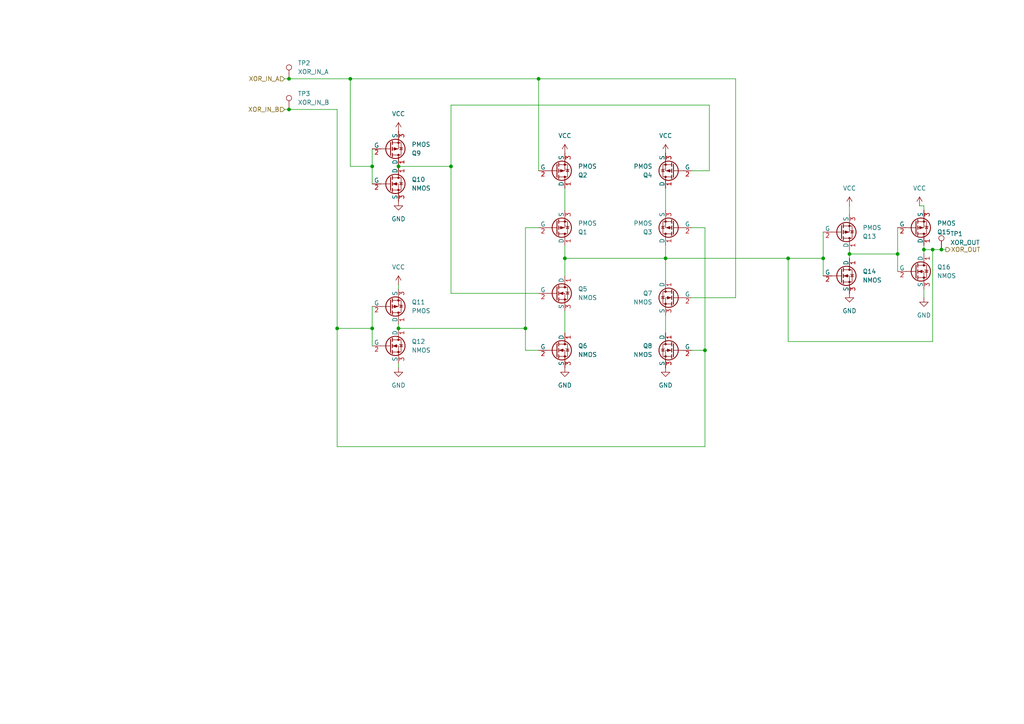
<source format=kicad_sch>
(kicad_sch (version 20250114) (generator "eeschema") (generator_version "9.0")
  (paper "A4")
  (lib_symbols
    (symbol "Connector:TestPoint" (pin_numbers (hide yes)) (pin_names (offset 0.762) (hide yes))
      (property "Reference" "TP" (at 0 6.858 0))
      (property "Value" "TestPoint" (at 0 5.08 0))
      (symbol "TestPoint_0_1"
        (circle (center 0 3.302) (radius 0.762))
      )
      (symbol "TestPoint_1_1"
        (pin passive line (at 0 0 90) (length 2.54) (name "1") (number "1"))
      )
    )
    (symbol "Simulation_SPICE:NMOS" (pin_names (offset 0))
      (property "Reference" "Q" (at 5.08 1.27 0))
      (property "Value" "NMOS" (at 5.08 -1.27 0))
      (symbol "NMOS_0_1"
        (polyline (pts (xy 0.254 1.905) (xy 0.254 -1.905)) (stroke (width 0.254)))
        (polyline (pts (xy 0.254 0) (xy -2.54 0)))
        (polyline (pts (xy 0.762 2.286) (xy 0.762 1.27)) (stroke (width 0.254)))
        (polyline (pts (xy 0.762 0.508) (xy 0.762 -0.508)) (stroke (width 0.254)))
        (polyline (pts (xy 0.762 -1.27) (xy 0.762 -2.286)) (stroke (width 0.254)))
        (polyline (pts (xy 0.762 -1.778) (xy 3.302 -1.778) (xy 3.302 1.778) (xy 0.762 1.778)))
        (polyline (pts (xy 1.016 0) (xy 2.032 0.381) (xy 2.032 -0.381) (xy 1.016 0)) (fill (type outline)))
        (circle (center 1.651 0) (radius 2.794) (stroke (width 0.254)))
        (polyline (pts (xy 2.54 2.54) (xy 2.54 1.778)))
        (circle (center 2.54 1.778) (radius 0.254) (fill (type outline)))
        (circle (center 2.54 -1.778) (radius 0.254) (fill (type outline)))
        (polyline (pts (xy 2.54 -2.54) (xy 2.54 0) (xy 0.762 0)))
        (polyline (pts (xy 2.794 0.508) (xy 2.921 0.381) (xy 3.683 0.381) (xy 3.81 0.254)))
        (polyline (pts (xy 3.302 0.381) (xy 2.921 -0.254) (xy 3.683 -0.254) (xy 3.302 0.381)))
      )
      (symbol "NMOS_1_1"
        (pin input line (at -5.08 0 0) (length 2.54) (name "G") (number "2"))
        (pin passive line (at 2.54 5.08 270) (length 2.54) (name "D") (number "1"))
        (pin passive line (at 2.54 -5.08 90) (length 2.54) (name "S") (number "3"))
      )
    )
    (symbol "Simulation_SPICE:PMOS" (pin_names (offset 0))
      (property "Reference" "Q" (at 5.08 1.27 0))
      (property "Value" "PMOS" (at 5.08 -1.27 0))
      (symbol "PMOS_0_1"
        (polyline (pts (xy 0.254 1.905) (xy 0.254 -1.905)) (stroke (width 0.254)))
        (polyline (pts (xy 0.254 0) (xy -2.54 0)))
        (polyline (pts (xy 0.762 2.286) (xy 0.762 1.27)) (stroke (width 0.254)))
        (polyline (pts (xy 0.762 1.778) (xy 3.302 1.778) (xy 3.302 -1.778) (xy 0.762 -1.778)))
        (polyline (pts (xy 0.762 0.508) (xy 0.762 -0.508)) (stroke (width 0.254)))
        (polyline (pts (xy 0.762 -1.27) (xy 0.762 -2.286)) (stroke (width 0.254)))
        (circle (center 1.651 0) (radius 2.794) (stroke (width 0.254)))
        (polyline (pts (xy 2.286 0) (xy 1.27 0.381) (xy 1.27 -0.381) (xy 2.286 0)) (fill (type outline)))
        (polyline (pts (xy 2.54 2.54) (xy 2.54 1.778)))
        (circle (center 2.54 1.778) (radius 0.254) (fill (type outline)))
        (circle (center 2.54 -1.778) (radius 0.254) (fill (type outline)))
        (polyline (pts (xy 2.54 -2.54) (xy 2.54 0) (xy 0.762 0)))
        (polyline (pts (xy 2.794 -0.508) (xy 2.921 -0.381) (xy 3.683 -0.381) (xy 3.81 -0.254)))
        (polyline (pts (xy 3.302 -0.381) (xy 2.921 0.254) (xy 3.683 0.254) (xy 3.302 -0.381)))
      )
      (symbol "PMOS_1_1"
        (pin input line (at -5.08 0 0) (length 2.54) (name "G") (number "2"))
        (pin passive line (at 2.54 5.08 270) (length 2.54) (name "D") (number "1"))
        (pin passive line (at 2.54 -5.08 90) (length 2.54) (name "S") (number "3"))
      )
    )
    (symbol "power:GND" (power) (pin_numbers (hide yes)) (pin_names (offset 0) (hide yes))
      (property "Value" "GND" (at 0 -3.81 0))
      (symbol "GND_0_1"
        (polyline (pts (xy 0 0) (xy 0 -1.27) (xy 1.27 -1.27) (xy 0 -2.54) (xy -1.27 -1.27) (xy 0 -1.27)))
      )
      (symbol "GND_1_1"
        (pin power_in line (at 0 0 270) (length 0) (name "~") (number "1"))
      )
    )
    (symbol "power:VCC" (power) (pin_numbers (hide yes)) (pin_names (offset 0) (hide yes))
      (property "Value" "VCC" (at 0 3.556 0))
      (symbol "VCC_0_1"
        (polyline (pts (xy -0.762 1.27) (xy 0 2.54)))
        (polyline (pts (xy 0 2.54) (xy 0.762 1.27)))
        (polyline (pts (xy 0 0) (xy 0 2.54)))
      )
      (symbol "VCC_1_1"
        (pin power_in line (at 0 0 90) (length 0) (name "~") (number "1"))
      )
    )
  )
  (junction (at 260.35 73.66))
  (junction (at 270.51 72.39))
  (junction (at 273.05 72.39))
  (junction (at 83.82 22.86))
  (junction (at 193.04 74.93))
  (junction (at 97.79 95.25))
  (junction (at 267.97 72.39))
  (junction (at 115.57 48.26))
  (junction (at 101.6 22.86))
  (junction (at 152.4 95.25))
  (junction (at 228.6 74.93))
  (junction (at 238.76 74.93))
  (junction (at 130.81 48.26))
  (junction (at 115.57 95.25))
  (junction (at 163.83 74.93))
  (junction (at 107.95 48.26))
  (junction (at 204.47 101.6))
  (junction (at 107.95 95.25))
  (junction (at 246.38 73.66))
  (junction (at 83.82 31.75))
  (junction (at 156.21 22.86))
  (wire (pts (xy 115.57 48.26) (xy 130.81 48.26)))
  (wire (pts (xy 130.81 48.26) (xy 130.81 85.09)))
  (wire (pts (xy 246.38 73.66) (xy 246.38 74.93)))
  (wire (pts (xy 163.83 74.93) (xy 193.04 74.93)))
  (wire (pts (xy 163.83 71.12) (xy 163.83 74.93)))
  (wire (pts (xy 152.4 66.04) (xy 156.21 66.04)))
  (wire (pts (xy 246.38 72.39) (xy 246.38 73.66)))
  (wire (pts (xy 193.04 71.12) (xy 193.04 74.93)))
  (wire (pts (xy 152.4 95.25) (xy 152.4 66.04)))
  (wire (pts (xy 205.74 49.53) (xy 200.66 49.53)))
  (wire (pts (xy 260.35 66.04) (xy 260.35 73.66)))
  (wire (pts (xy 200.66 86.36) (xy 213.36 86.36)))
  (wire (pts (xy 107.95 43.18) (xy 107.95 48.26)))
  (wire (pts (xy 205.74 30.48) (xy 205.74 49.53)))
  (wire (pts (xy 238.76 67.31) (xy 238.76 74.93)))
  (wire (pts (xy 267.97 83.82) (xy 267.97 86.36)))
  (wire (pts (xy 115.57 95.25) (xy 115.57 93.98)))
  (wire (pts (xy 213.36 86.36) (xy 213.36 22.86)))
  (wire (pts (xy 101.6 22.86) (xy 101.6 48.26)))
  (wire (pts (xy 267.97 60.96) (xy 267.97 59.69)))
  (wire (pts (xy 246.38 73.66) (xy 260.35 73.66)))
  (wire (pts (xy 156.21 22.86) (xy 156.21 49.53)))
  (wire (pts (xy 267.97 59.69) (xy 266.7 59.69)))
  (wire (pts (xy 193.04 91.44) (xy 193.04 96.52)))
  (wire (pts (xy 115.57 83.82) (xy 115.57 82.55)))
  (wire (pts (xy 82.55 31.75) (xy 83.82 31.75)))
  (wire (pts (xy 267.97 72.39) (xy 267.97 73.66)))
  (wire (pts (xy 228.6 99.06) (xy 228.6 74.93)))
  (wire (pts (xy 270.51 72.39) (xy 273.05 72.39)))
  (wire (pts (xy 204.47 129.54) (xy 97.79 129.54)))
  (wire (pts (xy 200.66 66.04) (xy 204.47 66.04)))
  (wire (pts (xy 213.36 22.86) (xy 156.21 22.86)))
  (wire (pts (xy 97.79 31.75) (xy 97.79 95.25)))
  (wire (pts (xy 193.04 74.93) (xy 228.6 74.93)))
  (wire (pts (xy 130.81 85.09) (xy 156.21 85.09)))
  (wire (pts (xy 238.76 74.93) (xy 238.76 80.01)))
  (wire (pts (xy 97.79 95.25) (xy 107.95 95.25)))
  (wire (pts (xy 101.6 48.26) (xy 107.95 48.26)))
  (wire (pts (xy 152.4 101.6) (xy 156.21 101.6)))
  (wire (pts (xy 193.04 74.93) (xy 193.04 81.28)))
  (wire (pts (xy 273.05 72.39) (xy 274.32 72.39)))
  (wire (pts (xy 115.57 106.68) (xy 115.57 105.41)))
  (wire (pts (xy 152.4 95.25) (xy 152.4 101.6)))
  (wire (pts (xy 107.95 48.26) (xy 107.95 53.34)))
  (wire (pts (xy 83.82 22.86) (xy 101.6 22.86)))
  (wire (pts (xy 260.35 73.66) (xy 260.35 78.74)))
  (wire (pts (xy 130.81 48.26) (xy 130.81 30.48)))
  (wire (pts (xy 107.95 95.25) (xy 107.95 100.33)))
  (wire (pts (xy 156.21 22.86) (xy 101.6 22.86)))
  (wire (pts (xy 115.57 95.25) (xy 152.4 95.25)))
  (wire (pts (xy 270.51 72.39) (xy 270.51 99.06)))
  (wire (pts (xy 83.82 31.75) (xy 97.79 31.75)))
  (wire (pts (xy 163.83 90.17) (xy 163.83 96.52)))
  (wire (pts (xy 228.6 74.93) (xy 238.76 74.93)))
  (wire (pts (xy 246.38 59.69) (xy 246.38 62.23)))
  (wire (pts (xy 267.97 71.12) (xy 267.97 72.39)))
  (wire (pts (xy 204.47 101.6) (xy 204.47 129.54)))
  (wire (pts (xy 163.83 74.93) (xy 163.83 80.01)))
  (wire (pts (xy 82.55 22.86) (xy 83.82 22.86)))
  (wire (pts (xy 97.79 129.54) (xy 97.79 95.25)))
  (wire (pts (xy 130.81 30.48) (xy 205.74 30.48)))
  (wire (pts (xy 267.97 72.39) (xy 270.51 72.39)))
  (wire (pts (xy 204.47 66.04) (xy 204.47 101.6)))
  (wire (pts (xy 270.51 99.06) (xy 228.6 99.06)))
  (wire (pts (xy 163.83 60.96) (xy 163.83 54.61)))
  (wire (pts (xy 193.04 54.61) (xy 193.04 60.96)))
  (wire (pts (xy 107.95 88.9) (xy 107.95 95.25)))
  (wire (pts (xy 204.47 101.6) (xy 200.66 101.6)))
  (hierarchical_label "XOR_IN_B" (shape input) (at 82.55 31.75 180))
  (hierarchical_label "XOR_OUT" (shape output) (at 274.32 72.39 0))
  (hierarchical_label "XOR_IN_A" (shape input) (at 82.55 22.86 180))
  (symbol (lib_id "Simulation_SPICE:NMOS") (at 113.03 100.33 0) (unit 1)
    (property "Reference" "Q12" (at 119.38 99.0599 0) (effects (justify left)))
    (property "Value" "NMOS" (at 119.38 101.5999 0) (effects (justify left)))
    (property "Footprint" "Package_TO_SOT_THT:TO-92_Inline_Wide" (effects (hide yes)))
    (property "Datasheet" "https://ngspice.sourceforge.io/docs/ngspice-html-manual/manual.xhtml#cha_MOSFETs" (effects (hide yes)))
    (property "Description" "N-MOSFET transistor, drain/source/gate" (effects (hide yes)))
    (property "Sim.Device" "NMOS" (effects (hide yes)))
    (property "Sim.Type" "MOS1" (effects (hide yes)))
    (property "Sim.Pins" "1=D 2=G 3=S" (effects (hide yes)))
  )
  (symbol (lib_id "Simulation_SPICE:PMOS") (at 265.43 66.04 0) (mirror x) (unit 1)
    (property "Reference" "Q15" (at 271.78 67.3101 0) (effects (justify left)))
    (property "Value" "PMOS" (at 271.78 64.7701 0) (effects (justify left)))
    (property "Footprint" "Package_TO_SOT_THT:TO-92_Inline_Wide" (effects (hide yes)))
    (property "Datasheet" "https://ngspice.sourceforge.io/docs/ngspice-html-manual/manual.xhtml#cha_MOSFETs" (effects (hide yes)))
    (property "Description" "P-MOSFET transistor, drain/source/gate" (effects (hide yes)))
    (property "Sim.Device" "PMOS" (effects (hide yes)))
    (property "Sim.Type" "MOS1" (effects (hide yes)))
    (property "Sim.Pins" "1=D 2=G 3=S" (effects (hide yes)))
  )
  (symbol (lib_id "Simulation_SPICE:NMOS") (at 113.03 53.34 0) (unit 1)
    (property "Reference" "Q10" (at 119.38 52.0699 0) (effects (justify left)))
    (property "Value" "NMOS" (at 119.38 54.6099 0) (effects (justify left)))
    (property "Footprint" "Package_TO_SOT_THT:TO-92_Inline_Wide" (effects (hide yes)))
    (property "Datasheet" "https://ngspice.sourceforge.io/docs/ngspice-html-manual/manual.xhtml#cha_MOSFETs" (effects (hide yes)))
    (property "Description" "N-MOSFET transistor, drain/source/gate" (effects (hide yes)))
    (property "Sim.Device" "NMOS" (effects (hide yes)))
    (property "Sim.Type" "MOS1" (effects (hide yes)))
    (property "Sim.Pins" "1=D 2=G 3=S" (effects (hide yes)))
  )
  (symbol (lib_id "Connector:TestPoint") (at 83.82 22.86 0) (unit 1)
    (property "Reference" "TP2" (at 86.36 18.2879 0) (effects (justify left)))
    (property "Value" "XOR_IN_A" (at 86.36 20.8279 0) (effects (justify left)))
    (property "Footprint" "TestPoint:TestPoint_Pad_D2.0mm" (effects (hide yes)))
    (property "Description" "test point" (effects (hide yes)))
  )
  (symbol (lib_id "power:VCC") (at 115.57 82.55 0) (unit 1)
    (property "Reference" "#PWR4" (effects (hide yes)))
    (property "Value" "VCC" (at 115.57 77.47 0))
    (property "Description" "Power symbol creates a global label with name \"VCC\"" (effects (hide yes)))
  )
  (symbol (lib_id "Simulation_SPICE:PMOS") (at 161.29 49.53 0) (mirror x) (unit 1)
    (property "Reference" "Q2" (at 167.64 50.8001 0) (effects (justify left)))
    (property "Value" "PMOS" (at 167.64 48.2601 0) (effects (justify left)))
    (property "Footprint" "Package_TO_SOT_THT:TO-92_Inline_Wide" (effects (hide yes)))
    (property "Datasheet" "https://ngspice.sourceforge.io/docs/ngspice-html-manual/manual.xhtml#cha_MOSFETs" (effects (hide yes)))
    (property "Description" "P-MOSFET transistor, drain/source/gate" (effects (hide yes)))
    (property "Sim.Device" "PMOS" (effects (hide yes)))
    (property "Sim.Type" "MOS1" (effects (hide yes)))
    (property "Sim.Pins" "1=D 2=G 3=S" (effects (hide yes)))
  )
  (symbol (lib_id "power:GND") (at 115.57 58.42 0) (unit 1)
    (property "Reference" "#PWR2" (effects (hide yes)))
    (property "Value" "GND" (at 115.57 63.5 0))
    (property "Description" "Power symbol creates a global label with name \"GND\" , ground" (effects (hide yes)))
  )
  (symbol (lib_id "Simulation_SPICE:NMOS") (at 161.29 85.09 0) (unit 1)
    (property "Reference" "Q5" (at 167.64 83.8199 0) (effects (justify left)))
    (property "Value" "NMOS" (at 167.64 86.3599 0) (effects (justify left)))
    (property "Footprint" "Package_TO_SOT_THT:TO-92_Inline_Wide" (effects (hide yes)))
    (property "Datasheet" "https://ngspice.sourceforge.io/docs/ngspice-html-manual/manual.xhtml#cha_MOSFETs" (effects (hide yes)))
    (property "Description" "N-MOSFET transistor, drain/source/gate" (effects (hide yes)))
    (property "Sim.Device" "NMOS" (effects (hide yes)))
    (property "Sim.Type" "MOS1" (effects (hide yes)))
    (property "Sim.Pins" "1=D 2=G 3=S" (effects (hide yes)))
  )
  (symbol (lib_id "Simulation_SPICE:NMOS") (at 265.43 78.74 0) (unit 1)
    (property "Reference" "Q16" (at 271.78 77.4699 0) (effects (justify left)))
    (property "Value" "NMOS" (at 271.78 80.0099 0) (effects (justify left)))
    (property "Footprint" "Package_TO_SOT_THT:TO-92_Inline_Wide" (effects (hide yes)))
    (property "Datasheet" "https://ngspice.sourceforge.io/docs/ngspice-html-manual/manual.xhtml#cha_MOSFETs" (effects (hide yes)))
    (property "Description" "N-MOSFET transistor, drain/source/gate" (effects (hide yes)))
    (property "Sim.Device" "NMOS" (effects (hide yes)))
    (property "Sim.Type" "MOS1" (effects (hide yes)))
    (property "Sim.Pins" "1=D 2=G 3=S" (effects (hide yes)))
  )
  (symbol (lib_id "power:GND") (at 115.57 106.68 0) (unit 1)
    (property "Reference" "#PWR11" (effects (hide yes)))
    (property "Value" "GND" (at 115.57 111.76 0))
    (property "Description" "Power symbol creates a global label with name \"GND\" , ground" (effects (hide yes)))
  )
  (symbol (lib_id "power:VCC") (at 266.7 59.69 0) (unit 1)
    (property "Reference" "#PWR8" (effects (hide yes)))
    (property "Value" "VCC" (at 266.7 54.61 0))
    (property "Description" "Power symbol creates a global label with name \"VCC\"" (effects (hide yes)))
  )
  (symbol (lib_id "power:VCC") (at 115.57 38.1 0) (unit 1)
    (property "Reference" "#PWR3" (effects (hide yes)))
    (property "Value" "VCC" (at 115.57 33.02 0))
    (property "Description" "Power symbol creates a global label with name \"VCC\"" (effects (hide yes)))
  )
  (symbol (lib_id "Connector:TestPoint") (at 83.82 31.75 0) (unit 1)
    (property "Reference" "TP3" (at 86.36 27.1779 0) (effects (justify left)))
    (property "Value" "XOR_IN_B" (at 86.36 29.7179 0) (effects (justify left)))
    (property "Footprint" "TestPoint:TestPoint_Pad_D2.0mm" (effects (hide yes)))
    (property "Description" "test point" (effects (hide yes)))
  )
  (symbol (lib_id "Simulation_SPICE:NMOS") (at 195.58 86.36 0) (mirror y) (unit 1)
    (property "Reference" "Q7" (at 189.23 85.0899 0) (effects (justify left)))
    (property "Value" "NMOS" (at 189.23 87.6299 0) (effects (justify left)))
    (property "Footprint" "Package_TO_SOT_THT:TO-92_Inline_Wide" (effects (hide yes)))
    (property "Datasheet" "https://ngspice.sourceforge.io/docs/ngspice-html-manual/manual.xhtml#cha_MOSFETs" (effects (hide yes)))
    (property "Description" "N-MOSFET transistor, drain/source/gate" (effects (hide yes)))
    (property "Sim.Device" "NMOS" (effects (hide yes)))
    (property "Sim.Type" "MOS1" (effects (hide yes)))
    (property "Sim.Pins" "1=D 2=G 3=S" (effects (hide yes)))
  )
  (symbol (lib_id "power:GND") (at 246.38 85.09 0) (unit 1)
    (property "Reference" "#PWR9" (effects (hide yes)))
    (property "Value" "GND" (at 246.38 90.17 0))
    (property "Description" "Power symbol creates a global label with name \"GND\" , ground" (effects (hide yes)))
  )
  (symbol (lib_id "power:GND") (at 163.83 106.68 0) (unit 1)
    (property "Reference" "#PWR12" (effects (hide yes)))
    (property "Value" "GND" (at 163.83 111.76 0))
    (property "Description" "Power symbol creates a global label with name \"GND\" , ground" (effects (hide yes)))
  )
  (symbol (lib_id "power:VCC") (at 163.83 44.45 0) (unit 1)
    (property "Reference" "#PWR6" (effects (hide yes)))
    (property "Value" "VCC" (at 163.83 39.37 0))
    (property "Description" "Power symbol creates a global label with name \"VCC\"" (effects (hide yes)))
  )
  (symbol (lib_id "power:GND") (at 267.97 86.36 0) (unit 1)
    (property "Reference" "#PWR10" (effects (hide yes)))
    (property "Value" "GND" (at 267.97 91.44 0))
    (property "Description" "Power symbol creates a global label with name \"GND\" , ground" (effects (hide yes)))
  )
  (symbol (lib_id "power:VCC") (at 193.04 44.45 0) (unit 1)
    (property "Reference" "#PWR5" (effects (hide yes)))
    (property "Value" "VCC" (at 193.04 39.37 0))
    (property "Description" "Power symbol creates a global label with name \"VCC\"" (effects (hide yes)))
  )
  (symbol (lib_id "Simulation_SPICE:PMOS") (at 195.58 49.53 180) (unit 1)
    (property "Reference" "Q4" (at 189.23 50.8001 0) (effects (justify left)))
    (property "Value" "PMOS" (at 189.23 48.2601 0) (effects (justify left)))
    (property "Footprint" "Package_TO_SOT_THT:TO-92_Inline_Wide" (effects (hide yes)))
    (property "Datasheet" "https://ngspice.sourceforge.io/docs/ngspice-html-manual/manual.xhtml#cha_MOSFETs" (effects (hide yes)))
    (property "Description" "P-MOSFET transistor, drain/source/gate" (effects (hide yes)))
    (property "Sim.Device" "PMOS" (effects (hide yes)))
    (property "Sim.Type" "MOS1" (effects (hide yes)))
    (property "Sim.Pins" "1=D 2=G 3=S" (effects (hide yes)))
  )
  (symbol (lib_id "Simulation_SPICE:NMOS") (at 161.29 101.6 0) (unit 1)
    (property "Reference" "Q6" (at 167.64 100.3299 0) (effects (justify left)))
    (property "Value" "NMOS" (at 167.64 102.8699 0) (effects (justify left)))
    (property "Footprint" "Package_TO_SOT_THT:TO-92_Inline_Wide" (effects (hide yes)))
    (property "Datasheet" "https://ngspice.sourceforge.io/docs/ngspice-html-manual/manual.xhtml#cha_MOSFETs" (effects (hide yes)))
    (property "Description" "N-MOSFET transistor, drain/source/gate" (effects (hide yes)))
    (property "Sim.Device" "NMOS" (effects (hide yes)))
    (property "Sim.Type" "MOS1" (effects (hide yes)))
    (property "Sim.Pins" "1=D 2=G 3=S" (effects (hide yes)))
  )
  (symbol (lib_id "Simulation_SPICE:NMOS") (at 243.84 80.01 0) (unit 1)
    (property "Reference" "Q14" (at 250.19 78.7399 0) (effects (justify left)))
    (property "Value" "NMOS" (at 250.19 81.2799 0) (effects (justify left)))
    (property "Footprint" "Package_TO_SOT_THT:TO-92_Inline_Wide" (effects (hide yes)))
    (property "Datasheet" "https://ngspice.sourceforge.io/docs/ngspice-html-manual/manual.xhtml#cha_MOSFETs" (effects (hide yes)))
    (property "Description" "N-MOSFET transistor, drain/source/gate" (effects (hide yes)))
    (property "Sim.Device" "NMOS" (effects (hide yes)))
    (property "Sim.Type" "MOS1" (effects (hide yes)))
    (property "Sim.Pins" "1=D 2=G 3=S" (effects (hide yes)))
  )
  (symbol (lib_id "Simulation_SPICE:PMOS") (at 113.03 43.18 0) (mirror x) (unit 1)
    (property "Reference" "Q9" (at 119.38 44.4501 0) (effects (justify left)))
    (property "Value" "PMOS" (at 119.38 41.9101 0) (effects (justify left)))
    (property "Footprint" "Package_TO_SOT_THT:TO-92_Inline_Wide" (effects (hide yes)))
    (property "Datasheet" "https://ngspice.sourceforge.io/docs/ngspice-html-manual/manual.xhtml#cha_MOSFETs" (effects (hide yes)))
    (property "Description" "P-MOSFET transistor, drain/source/gate" (effects (hide yes)))
    (property "Sim.Device" "PMOS" (effects (hide yes)))
    (property "Sim.Type" "MOS1" (effects (hide yes)))
    (property "Sim.Pins" "1=D 2=G 3=S" (effects (hide yes)))
  )
  (symbol (lib_id "Simulation_SPICE:PMOS") (at 195.58 66.04 180) (unit 1)
    (property "Reference" "Q3" (at 189.23 67.3101 0) (effects (justify left)))
    (property "Value" "PMOS" (at 189.23 64.7701 0) (effects (justify left)))
    (property "Footprint" "Package_TO_SOT_THT:TO-92_Inline_Wide" (effects (hide yes)))
    (property "Datasheet" "https://ngspice.sourceforge.io/docs/ngspice-html-manual/manual.xhtml#cha_MOSFETs" (effects (hide yes)))
    (property "Description" "P-MOSFET transistor, drain/source/gate" (effects (hide yes)))
    (property "Sim.Device" "PMOS" (effects (hide yes)))
    (property "Sim.Type" "MOS1" (effects (hide yes)))
    (property "Sim.Pins" "1=D 2=G 3=S" (effects (hide yes)))
  )
  (symbol (lib_id "Connector:TestPoint") (at 273.05 72.39 0) (unit 1)
    (property "Reference" "TP1" (at 275.59 67.8179 0) (effects (justify left)))
    (property "Value" "XOR_OUT" (at 275.59 70.3579 0) (effects (justify left)))
    (property "Footprint" "TestPoint:TestPoint_Pad_D2.0mm" (effects (hide yes)))
    (property "Description" "test point" (effects (hide yes)))
  )
  (symbol (lib_id "power:VCC") (at 246.38 59.69 0) (unit 1)
    (property "Reference" "#PWR7" (effects (hide yes)))
    (property "Value" "VCC" (at 246.38 54.61 0))
    (property "Description" "Power symbol creates a global label with name \"VCC\"" (effects (hide yes)))
  )
  (symbol (lib_id "Simulation_SPICE:PMOS") (at 113.03 88.9 0) (mirror x) (unit 1)
    (property "Reference" "Q11" (at 119.38 87.6299 0) (effects (justify left)))
    (property "Value" "PMOS" (at 119.38 90.1699 0) (effects (justify left)))
    (property "Footprint" "Package_TO_SOT_THT:TO-92_Inline_Wide" (effects (hide yes)))
    (property "Datasheet" "https://ngspice.sourceforge.io/docs/ngspice-html-manual/manual.xhtml#cha_MOSFETs" (effects (hide yes)))
    (property "Description" "P-MOSFET transistor, drain/source/gate" (effects (hide yes)))
    (property "Sim.Device" "PMOS" (effects (hide yes)))
    (property "Sim.Type" "MOS1" (effects (hide yes)))
    (property "Sim.Pins" "1=D 2=G 3=S" (effects (hide yes)))
  )
  (symbol (lib_id "Simulation_SPICE:PMOS") (at 243.84 67.31 0) (mirror x) (unit 1)
    (property "Reference" "Q13" (at 250.19 68.5801 0) (effects (justify left)))
    (property "Value" "PMOS" (at 250.19 66.0401 0) (effects (justify left)))
    (property "Footprint" "Package_TO_SOT_THT:TO-92_Inline_Wide" (effects (hide yes)))
    (property "Datasheet" "https://ngspice.sourceforge.io/docs/ngspice-html-manual/manual.xhtml#cha_MOSFETs" (effects (hide yes)))
    (property "Description" "P-MOSFET transistor, drain/source/gate" (effects (hide yes)))
    (property "Sim.Device" "PMOS" (effects (hide yes)))
    (property "Sim.Type" "MOS1" (effects (hide yes)))
    (property "Sim.Pins" "1=D 2=G 3=S" (effects (hide yes)))
  )
  (symbol (lib_id "Simulation_SPICE:PMOS") (at 161.29 66.04 0) (mirror x) (unit 1)
    (property "Reference" "Q1" (at 167.64 67.3101 0) (effects (justify left)))
    (property "Value" "PMOS" (at 167.64 64.7701 0) (effects (justify left)))
    (property "Footprint" "Package_TO_SOT_THT:TO-92_Inline_Wide" (effects (hide yes)))
    (property "Datasheet" "https://ngspice.sourceforge.io/docs/ngspice-html-manual/manual.xhtml#cha_MOSFETs" (effects (hide yes)))
    (property "Description" "P-MOSFET transistor, drain/source/gate" (effects (hide yes)))
    (property "Sim.Device" "PMOS" (effects (hide yes)))
    (property "Sim.Type" "MOS1" (effects (hide yes)))
    (property "Sim.Pins" "1=D 2=G 3=S" (effects (hide yes)))
  )
  (symbol (lib_id "Simulation_SPICE:NMOS") (at 195.58 101.6 0) (mirror y) (unit 1)
    (property "Reference" "Q8" (at 189.23 100.3299 0) (effects (justify left)))
    (property "Value" "NMOS" (at 189.23 102.8699 0) (effects (justify left)))
    (property "Footprint" "Package_TO_SOT_THT:TO-92_Inline_Wide" (effects (hide yes)))
    (property "Datasheet" "https://ngspice.sourceforge.io/docs/ngspice-html-manual/manual.xhtml#cha_MOSFETs" (effects (hide yes)))
    (property "Description" "N-MOSFET transistor, drain/source/gate" (effects (hide yes)))
    (property "Sim.Device" "NMOS" (effects (hide yes)))
    (property "Sim.Type" "MOS1" (effects (hide yes)))
    (property "Sim.Pins" "1=D 2=G 3=S" (effects (hide yes)))
  )
  (symbol (lib_id "power:GND") (at 193.04 106.68 0) (unit 1)
    (property "Reference" "#PWR1" (effects (hide yes)))
    (property "Value" "GND" (at 193.04 111.76 0))
    (property "Description" "Power symbol creates a global label with name \"GND\" , ground" (effects (hide yes)))
  )
)
</source>
